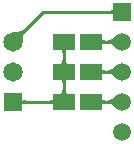
<source format=gbl>
G04*
G04 #@! TF.GenerationSoftware,Altium Limited,Altium Designer,18.1.7 (191)*
G04*
G04 Layer_Physical_Order=2*
G04 Layer_Color=16711680*
%FSAX25Y25*%
%MOIN*%
G70*
G01*
G75*
%ADD14C,0.01000*%
%ADD23R,0.05906X0.05906*%
%ADD24C,0.05906*%
%ADD25C,0.06496*%
%ADD26R,0.06496X0.06496*%
%ADD27R,0.07500X0.05500*%
G36*
X0011236Y0019500D02*
X0011044Y0019495D01*
X0010872Y0019480D01*
X0010720Y0019455D01*
X0010588Y0019420D01*
X0010477Y0019375D01*
X0010386Y0019320D01*
X0010315Y0019255D01*
X0010265Y0019180D01*
X0010234Y0019095D01*
X0010224Y0019000D01*
Y0021000D01*
X0010234Y0020905D01*
X0010265Y0020820D01*
X0010315Y0020745D01*
X0010386Y0020680D01*
X0010477Y0020625D01*
X0010588Y0020580D01*
X0010720Y0020545D01*
X0010872Y0020520D01*
X0011044Y0020505D01*
X0011236Y0020500D01*
Y0019500D01*
D02*
G37*
G36*
X0019262Y0020500D02*
X0019454Y0020505D01*
X0019626Y0020520D01*
X0019778Y0020545D01*
X0019910Y0020580D01*
X0020021Y0020625D01*
X0020112Y0020680D01*
X0020183Y0020745D01*
X0020234Y0020820D01*
X0020264Y0020905D01*
X0020274Y0021000D01*
Y0019000D01*
X0020264Y0019095D01*
X0020234Y0019180D01*
X0020183Y0019255D01*
X0020112Y0019320D01*
X0020021Y0019375D01*
X0019910Y0019420D01*
X0019778Y0019455D01*
X0019626Y0019480D01*
X0019454Y0019495D01*
X0019262Y0019500D01*
Y0020500D01*
D02*
G37*
G36*
X0024500Y0023738D02*
X0024505Y0023546D01*
X0024520Y0023374D01*
X0024545Y0023222D01*
X0024580Y0023090D01*
X0024625Y0022979D01*
X0024680Y0022888D01*
X0024745Y0022817D01*
X0024820Y0022767D01*
X0024905Y0022736D01*
X0025000Y0022726D01*
X0023000D01*
X0023095Y0022736D01*
X0023180Y0022767D01*
X0023255Y0022817D01*
X0023320Y0022888D01*
X0023375Y0022979D01*
X0023420Y0023090D01*
X0023455Y0023222D01*
X0023480Y0023374D01*
X0023495Y0023546D01*
X0023500Y0023738D01*
X0024500D01*
D02*
G37*
G36*
X0011001Y0043294D02*
X0010853Y0043121D01*
X0010722Y0042914D01*
X0010606Y0042674D01*
X0010507Y0042399D01*
X0010424Y0042090D01*
X0010356Y0041746D01*
X0010305Y0041369D01*
X0010251Y0040512D01*
X0010248Y0040033D01*
X0007033Y0043248D01*
X0007512Y0043251D01*
X0008369Y0043305D01*
X0008746Y0043356D01*
X0009089Y0043424D01*
X0009399Y0043507D01*
X0009674Y0043606D01*
X0009914Y0043722D01*
X0010121Y0043853D01*
X0010294Y0044001D01*
X0011001Y0043294D01*
D02*
G37*
G36*
X0024905Y0037252D02*
X0024820Y0037222D01*
X0024745Y0037172D01*
X0024680Y0037102D01*
X0024625Y0037012D01*
X0024580Y0036902D01*
X0024545Y0036772D01*
X0024520Y0036622D01*
X0024505Y0036452D01*
X0024500Y0036262D01*
X0023500D01*
X0023495Y0036452D01*
X0023480Y0036622D01*
X0023455Y0036772D01*
X0023420Y0036902D01*
X0023375Y0037012D01*
X0023320Y0037102D01*
X0023255Y0037172D01*
X0023180Y0037222D01*
X0023095Y0037252D01*
X0023000Y0037262D01*
X0025000D01*
X0024905Y0037252D01*
D02*
G37*
G36*
X0024505Y0033546D02*
X0024520Y0033374D01*
X0024545Y0033222D01*
X0024580Y0033090D01*
X0024625Y0032979D01*
X0024680Y0032888D01*
X0024745Y0032817D01*
X0024820Y0032767D01*
X0024905Y0032736D01*
X0025000Y0032726D01*
X0023000D01*
X0023095Y0032736D01*
X0023180Y0032767D01*
X0023255Y0032817D01*
X0023320Y0032888D01*
X0023375Y0032979D01*
X0023420Y0033090D01*
X0023455Y0033222D01*
X0023480Y0033374D01*
X0023495Y0033546D01*
X0023500Y0033738D01*
X0024500D01*
X0024505Y0033546D01*
D02*
G37*
G36*
X0024905Y0027252D02*
X0024820Y0027222D01*
X0024745Y0027172D01*
X0024680Y0027102D01*
X0024625Y0027012D01*
X0024580Y0026902D01*
X0024545Y0026772D01*
X0024520Y0026622D01*
X0024505Y0026452D01*
X0024500Y0026262D01*
X0023500D01*
X0023495Y0026452D01*
X0023480Y0026622D01*
X0023455Y0026772D01*
X0023420Y0026902D01*
X0023375Y0027012D01*
X0023320Y0027102D01*
X0023255Y0027172D01*
X0023180Y0027222D01*
X0023095Y0027252D01*
X0023000Y0027262D01*
X0025000D01*
X0024905Y0027252D01*
D02*
G37*
G36*
X0037738Y0019500D02*
X0037546Y0019495D01*
X0037374Y0019480D01*
X0037222Y0019455D01*
X0037090Y0019420D01*
X0036979Y0019375D01*
X0036888Y0019320D01*
X0036817Y0019255D01*
X0036766Y0019180D01*
X0036736Y0019095D01*
X0036726Y0019000D01*
Y0021000D01*
X0036736Y0020905D01*
X0036766Y0020820D01*
X0036817Y0020745D01*
X0036888Y0020680D01*
X0036979Y0020625D01*
X0037090Y0020580D01*
X0037222Y0020545D01*
X0037374Y0020520D01*
X0037546Y0020505D01*
X0037738Y0020500D01*
Y0019500D01*
D02*
G37*
G36*
X0038818Y0020500D02*
X0039031Y0020516D01*
X0039253Y0020563D01*
X0039485Y0020641D01*
X0039728Y0020751D01*
X0039980Y0020892D01*
X0040242Y0021064D01*
X0040515Y0021268D01*
X0041089Y0021769D01*
X0041391Y0022067D01*
Y0017933D01*
X0041089Y0018231D01*
X0040515Y0018732D01*
X0040242Y0018936D01*
X0039980Y0019108D01*
X0039728Y0019249D01*
X0039485Y0019359D01*
X0039253Y0019437D01*
X0039031Y0019484D01*
X0038818Y0019500D01*
Y0020500D01*
D02*
G37*
G36*
X0037738Y0029500D02*
X0037546Y0029495D01*
X0037374Y0029480D01*
X0037222Y0029455D01*
X0037090Y0029420D01*
X0036979Y0029375D01*
X0036888Y0029320D01*
X0036817Y0029255D01*
X0036766Y0029180D01*
X0036736Y0029095D01*
X0036726Y0029000D01*
Y0031000D01*
X0036736Y0030905D01*
X0036766Y0030820D01*
X0036817Y0030745D01*
X0036888Y0030680D01*
X0036979Y0030625D01*
X0037090Y0030580D01*
X0037222Y0030545D01*
X0037374Y0030520D01*
X0037546Y0030505D01*
X0037738Y0030500D01*
Y0029500D01*
D02*
G37*
G36*
X0038818Y0030500D02*
X0039031Y0030516D01*
X0039253Y0030563D01*
X0039485Y0030641D01*
X0039728Y0030751D01*
X0039980Y0030892D01*
X0040242Y0031064D01*
X0040515Y0031268D01*
X0041089Y0031769D01*
X0041391Y0032067D01*
Y0027933D01*
X0041089Y0028231D01*
X0040515Y0028732D01*
X0040242Y0028936D01*
X0039980Y0029108D01*
X0039728Y0029249D01*
X0039485Y0029359D01*
X0039253Y0029437D01*
X0039031Y0029484D01*
X0038818Y0029500D01*
Y0030500D01*
D02*
G37*
G36*
X0037738Y0039500D02*
X0037546Y0039495D01*
X0037374Y0039480D01*
X0037222Y0039455D01*
X0037090Y0039420D01*
X0036979Y0039375D01*
X0036888Y0039320D01*
X0036817Y0039255D01*
X0036766Y0039180D01*
X0036736Y0039095D01*
X0036726Y0039000D01*
Y0041000D01*
X0036736Y0040905D01*
X0036766Y0040820D01*
X0036817Y0040745D01*
X0036888Y0040680D01*
X0036979Y0040625D01*
X0037090Y0040580D01*
X0037222Y0040545D01*
X0037374Y0040520D01*
X0037546Y0040505D01*
X0037738Y0040500D01*
Y0039500D01*
D02*
G37*
G36*
X0038818Y0040500D02*
X0039031Y0040516D01*
X0039253Y0040563D01*
X0039485Y0040641D01*
X0039728Y0040751D01*
X0039980Y0040892D01*
X0040242Y0041064D01*
X0040515Y0041268D01*
X0041089Y0041769D01*
X0041391Y0042067D01*
Y0037933D01*
X0041089Y0038231D01*
X0040515Y0038732D01*
X0040242Y0038936D01*
X0039980Y0039108D01*
X0039728Y0039249D01*
X0039485Y0039359D01*
X0039253Y0039437D01*
X0039031Y0039484D01*
X0038818Y0039500D01*
Y0040500D01*
D02*
G37*
G36*
X0039559Y0050500D02*
X0039751Y0050505D01*
X0039924Y0050520D01*
X0040075Y0050545D01*
X0040207Y0050580D01*
X0040318Y0050625D01*
X0040409Y0050680D01*
X0040480Y0050745D01*
X0040531Y0050820D01*
X0040561Y0050905D01*
X0040571Y0051000D01*
Y0049000D01*
X0040561Y0049095D01*
X0040531Y0049180D01*
X0040480Y0049255D01*
X0040409Y0049320D01*
X0040318Y0049375D01*
X0040207Y0049420D01*
X0040075Y0049455D01*
X0039924Y0049480D01*
X0039751Y0049495D01*
X0039559Y0049500D01*
Y0050500D01*
D02*
G37*
D14*
X0024000Y0030000D02*
Y0040000D01*
Y0020000D02*
Y0030000D01*
X0007000Y0020000D02*
X0024000D01*
X0017000Y0050000D02*
X0043500D01*
X0007000Y0040000D02*
X0017000Y0050000D01*
X0033000Y0040000D02*
X0043500D01*
X0033000Y0030000D02*
X0043500D01*
X0033000Y0020000D02*
X0043500D01*
D23*
Y0050000D02*
D03*
D24*
Y0040000D02*
D03*
Y0030000D02*
D03*
Y0020000D02*
D03*
Y0010000D02*
D03*
D25*
X0007000Y0040000D02*
D03*
Y0030000D02*
D03*
D26*
Y0020000D02*
D03*
D27*
X0024000Y0040000D02*
D03*
Y0020000D02*
D03*
Y0030000D02*
D03*
X0033000Y0020000D02*
D03*
Y0030000D02*
D03*
Y0040000D02*
D03*
M02*

</source>
